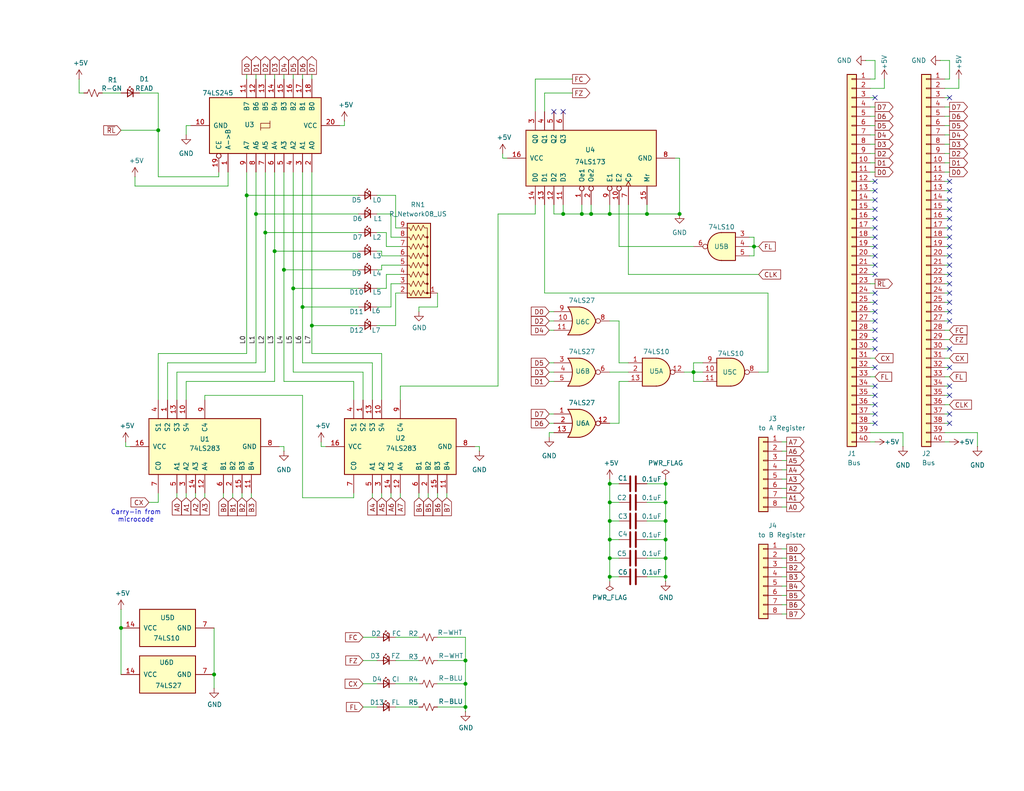
<source format=kicad_sch>
(kicad_sch (version 20231120) (generator "eeschema") (generator_version "8.0")
  (paper "USLetter")
  (title_block (title "SAP-Plus ALU") (date "2024-12-01") (rev "1.1") (company "github.com/TomNisbet/sap-plus"))
  (junction (at 185.42 58.42))
  (junction (at 69.85 58.42))
  (junction (at 181.61 137.16))
  (junction (at 80.01 78.74))
  (junction (at 166.37 142.24))
  (junction (at 166.37 132.08))
  (junction (at 181.61 132.08))
  (junction (at 127 193.04))
  (junction (at 161.29 58.42))
  (junction (at 43.18 35.56))
  (junction (at 189.23 101.6))
  (junction (at 181.61 157.48))
  (junction (at 181.61 147.32))
  (junction (at 166.37 58.42))
  (junction (at 74.93 68.58))
  (junction (at 82.55 83.82))
  (junction (at 158.75 58.42))
  (junction (at 58.42 184.15))
  (junction (at 166.37 137.16))
  (junction (at 205.74 67.31))
  (junction (at 127 180.34))
  (junction (at 77.47 73.66))
  (junction (at 166.37 157.48))
  (junction (at 176.53 58.42))
  (junction (at 85.09 88.9))
  (junction (at 127 186.69))
  (junction (at 166.37 152.4))
  (junction (at 166.37 147.32))
  (junction (at 72.39 63.5))
  (junction (at 153.67 58.42))
  (junction (at 33.02 171.45))
  (junction (at 181.61 142.24))
  (junction (at 181.61 152.4))
  (junction (at 67.31 53.34))
  (no_connect (at 259.08 85.09))
  (no_connect (at 259.08 62.23))
  (no_connect (at 238.76 80.01))
  (no_connect (at 259.08 59.69))
  (no_connect (at 238.76 62.23))
  (no_connect (at 259.08 87.63))
  (no_connect (at 259.08 95.25))
  (no_connect (at 238.76 64.77))
  (no_connect (at 259.08 100.33))
  (no_connect (at 238.76 107.95))
  (no_connect (at 259.08 72.39))
  (no_connect (at 259.08 77.47))
  (no_connect (at 238.76 67.31))
  (no_connect (at 238.76 69.85))
  (no_connect (at 259.08 107.95))
  (no_connect (at 238.76 85.09))
  (no_connect (at 238.76 100.33))
  (no_connect (at 238.76 110.49))
  (no_connect (at 259.08 82.55))
  (no_connect (at 238.76 52.07))
  (no_connect (at 259.08 52.07))
  (no_connect (at 238.76 82.55))
  (no_connect (at 238.76 105.41))
  (no_connect (at 259.08 113.03))
  (no_connect (at 238.76 115.57))
  (no_connect (at 238.76 72.39))
  (no_connect (at 259.08 57.15))
  (no_connect (at 238.76 87.63))
  (no_connect (at 153.67 30.48))
  (no_connect (at 259.08 105.41))
  (no_connect (at 151.13 30.48))
  (no_connect (at 259.08 80.01))
  (no_connect (at 259.08 69.85))
  (no_connect (at 238.76 54.61))
  (no_connect (at 238.76 49.53))
  (no_connect (at 259.08 67.31))
  (no_connect (at 259.08 115.57))
  (no_connect (at 238.76 90.17))
  (no_connect (at 259.08 49.53))
  (no_connect (at 238.76 57.15))
  (no_connect (at 259.08 54.61))
  (no_connect (at 238.76 74.93))
  (no_connect (at 238.76 59.69))
  (no_connect (at 238.76 26.67))
  (no_connect (at 259.08 64.77))
  (no_connect (at 238.76 92.71))
  (no_connect (at 238.76 113.03))
  (no_connect (at 259.08 74.93))
  (no_connect (at 238.76 95.25))
  (no_connect (at 259.08 26.67))
  (wire (pts (xy 238.76 92.71) (xy 237.49 92.71)))
  (wire (pts (xy 106.68 134.62) (xy 106.68 135.89)))
  (wire (pts (xy 205.74 67.31) (xy 207.01 67.31)))
  (wire (pts (xy 85.09 46.99) (xy 85.09 88.9)))
  (wire (pts (xy 55.88 107.95) (xy 82.55 107.95)))
  (wire (pts (xy 238.76 21.59) (xy 237.49 21.59)))
  (wire (pts (xy 166.37 152.4) (xy 166.37 157.48)))
  (wire (pts (xy 166.37 130.81) (xy 166.37 132.08)))
  (wire (pts (xy 168.91 104.14) (xy 168.91 115.57)))
  (wire (pts (xy 214.63 128.27) (xy 213.36 128.27)))
  (wire (pts (xy 96.52 104.14) (xy 77.47 104.14)))
  (wire (pts (xy 238.76 95.25) (xy 237.49 95.25)))
  (wire (pts (xy 214.63 152.4) (xy 213.36 152.4)))
  (wire (pts (xy 114.3 135.89) (xy 114.3 134.62)))
  (wire (pts (xy 171.45 104.14) (xy 168.91 104.14)))
  (wire (pts (xy 74.93 68.58) (xy 97.79 68.58)))
  (wire (pts (xy 67.31 46.99) (xy 67.31 53.34)))
  (wire (pts (xy 40.64 137.16) (xy 43.18 137.16)))
  (wire (pts (xy 259.08 90.17) (xy 257.81 90.17)))
  (wire (pts (xy 85.09 96.52) (xy 104.14 96.52)))
  (wire (pts (xy 43.18 35.56) (xy 43.18 48.26)))
  (wire (pts (xy 166.37 157.48) (xy 166.37 158.75)))
  (wire (pts (xy 214.63 138.43) (xy 213.36 138.43)))
  (wire (pts (xy 148.59 80.01) (xy 209.55 80.01)))
  (wire (pts (xy 101.6 99.06) (xy 101.6 109.22)))
  (wire (pts (xy 127 180.34) (xy 127 186.69)))
  (wire (pts (xy 176.53 58.42) (xy 176.53 55.88)))
  (wire (pts (xy 238.76 80.01) (xy 237.49 80.01)))
  (wire (pts (xy 153.67 58.42) (xy 158.75 58.42)))
  (wire (pts (xy 146.05 21.59) (xy 156.21 21.59)))
  (wire (pts (xy 119.38 186.69) (xy 127 186.69)))
  (wire (pts (xy 158.75 55.88) (xy 158.75 58.42)))
  (wire (pts (xy 241.3 21.59) (xy 241.3 24.13)))
  (wire (pts (xy 161.29 55.88) (xy 161.29 58.42)))
  (wire (pts (xy 204.47 64.77) (xy 205.74 64.77)))
  (wire (pts (xy 241.3 24.13) (xy 237.49 24.13)))
  (wire (pts (xy 238.76 46.99) (xy 237.49 46.99)))
  (wire (pts (xy 171.45 74.93) (xy 207.01 74.93)))
  (wire (pts (xy 214.63 157.48) (xy 213.36 157.48)))
  (wire (pts (xy 109.22 105.41) (xy 109.22 109.22)))
  (wire (pts (xy 168.91 115.57) (xy 166.37 115.57)))
  (wire (pts (xy 72.39 101.6) (xy 48.26 101.6)))
  (wire (pts (xy 74.93 20.32) (xy 74.93 21.59)))
  (wire (pts (xy 135.89 105.41) (xy 109.22 105.41)))
  (wire (pts (xy 176.53 132.08) (xy 181.61 132.08)))
  (wire (pts (xy 102.87 83.82) (xy 106.68 83.82)))
  (wire (pts (xy 102.87 68.58) (xy 104.14 68.58)))
  (wire (pts (xy 166.37 87.63) (xy 168.91 87.63)))
  (wire (pts (xy 34.29 121.92) (xy 35.56 121.92)))
  (wire (pts (xy 259.08 26.67) (xy 257.81 26.67)))
  (wire (pts (xy 259.08 72.39) (xy 257.81 72.39)))
  (wire (pts (xy 149.86 99.06) (xy 151.13 99.06)))
  (wire (pts (xy 107.95 173.99) (xy 114.3 173.99)))
  (wire (pts (xy 74.93 104.14) (xy 50.8 104.14)))
  (wire (pts (xy 137.16 43.18) (xy 138.43 43.18)))
  (wire (pts (xy 238.76 16.51) (xy 238.76 21.59)))
  (wire (pts (xy 146.05 30.48) (xy 146.05 21.59)))
  (wire (pts (xy 168.91 87.63) (xy 168.91 99.06)))
  (wire (pts (xy 82.55 83.82) (xy 97.79 83.82)))
  (wire (pts (xy 77.47 73.66) (xy 77.47 104.14)))
  (wire (pts (xy 45.72 99.06) (xy 45.72 109.22)))
  (wire (pts (xy 96.52 109.22) (xy 96.52 104.14)))
  (wire (pts (xy 50.8 34.29) (xy 50.8 36.83)))
  (wire (pts (xy 148.59 25.4) (xy 156.21 25.4)))
  (wire (pts (xy 121.92 135.89) (xy 121.92 134.62)))
  (wire (pts (xy 77.47 121.92) (xy 77.47 123.19)))
  (wire (pts (xy 259.08 46.99) (xy 257.81 46.99)))
  (wire (pts (xy 62.23 46.99) (xy 62.23 50.8)))
  (wire (pts (xy 259.08 59.69) (xy 257.81 59.69)))
  (wire (pts (xy 238.76 82.55) (xy 237.49 82.55)))
  (wire (pts (xy 149.86 118.11) (xy 149.86 119.38)))
  (wire (pts (xy 238.76 34.29) (xy 237.49 34.29)))
  (wire (pts (xy 102.87 78.74) (xy 105.41 78.74)))
  (wire (pts (xy 214.63 154.94) (xy 213.36 154.94)))
  (wire (pts (xy 181.61 157.48) (xy 181.61 158.75)))
  (wire (pts (xy 109.22 62.23) (xy 107.95 62.23)))
  (wire (pts (xy 166.37 142.24) (xy 168.91 142.24)))
  (wire (pts (xy 55.88 134.62) (xy 55.88 135.89)))
  (wire (pts (xy 77.47 73.66) (xy 97.79 73.66)))
  (wire (pts (xy 151.13 58.42) (xy 153.67 58.42)))
  (wire (pts (xy 237.49 107.95) (xy 238.76 107.95)))
  (wire (pts (xy 130.81 121.92) (xy 130.81 123.19)))
  (wire (pts (xy 166.37 58.42) (xy 176.53 58.42)))
  (wire (pts (xy 238.76 87.63) (xy 237.49 87.63)))
  (wire (pts (xy 102.87 53.34) (xy 107.95 53.34)))
  (wire (pts (xy 67.31 96.52) (xy 43.18 96.52)))
  (wire (pts (xy 149.86 85.09) (xy 151.13 85.09)))
  (wire (pts (xy 237.49 113.03) (xy 238.76 113.03)))
  (wire (pts (xy 181.61 152.4) (xy 181.61 157.48)))
  (wire (pts (xy 166.37 137.16) (xy 166.37 142.24)))
  (wire (pts (xy 259.08 44.45) (xy 257.81 44.45)))
  (wire (pts (xy 107.95 62.23) (xy 107.95 53.34)))
  (wire (pts (xy 80.01 101.6) (xy 99.06 101.6)))
  (wire (pts (xy 149.86 90.17) (xy 151.13 90.17)))
  (wire (pts (xy 146.05 55.88) (xy 146.05 58.42)))
  (wire (pts (xy 259.08 107.95) (xy 257.81 107.95)))
  (wire (pts (xy 181.61 132.08) (xy 181.61 137.16)))
  (wire (pts (xy 80.01 46.99) (xy 80.01 78.74)))
  (wire (pts (xy 238.76 102.87) (xy 237.49 102.87)))
  (wire (pts (xy 205.74 69.85) (xy 205.74 67.31)))
  (wire (pts (xy 58.42 171.45) (xy 58.42 184.15)))
  (wire (pts (xy 106.68 58.42) (xy 106.68 64.77)))
  (wire (pts (xy 166.37 147.32) (xy 166.37 152.4)))
  (wire (pts (xy 74.93 46.99) (xy 74.93 68.58)))
  (wire (pts (xy 259.08 62.23) (xy 257.81 62.23)))
  (wire (pts (xy 104.14 68.58) (xy 104.14 69.85)))
  (wire (pts (xy 259.08 21.59) (xy 257.81 21.59)))
  (wire (pts (xy 259.08 74.93) (xy 257.81 74.93)))
  (wire (pts (xy 96.52 135.89) (xy 96.52 134.62)))
  (wire (pts (xy 93.98 33.02) (xy 93.98 34.29)))
  (wire (pts (xy 27.94 25.4) (xy 33.02 25.4)))
  (wire (pts (xy 259.08 102.87) (xy 257.81 102.87)))
  (wire (pts (xy 166.37 157.48) (xy 168.91 157.48)))
  (wire (pts (xy 209.55 80.01) (xy 209.55 101.6)))
  (wire (pts (xy 69.85 46.99) (xy 69.85 58.42)))
  (wire (pts (xy 146.05 58.42) (xy 135.89 58.42)))
  (wire (pts (xy 238.76 36.83) (xy 237.49 36.83)))
  (wire (pts (xy 119.38 193.04) (xy 127 193.04)))
  (wire (pts (xy 151.13 55.88) (xy 151.13 58.42)))
  (wire (pts (xy 166.37 152.4) (xy 168.91 152.4)))
  (wire (pts (xy 119.38 80.01) (xy 119.38 83.82)))
  (wire (pts (xy 119.38 180.34) (xy 127 180.34)))
  (wire (pts (xy 76.2 121.92) (xy 77.47 121.92)))
  (wire (pts (xy 149.86 104.14) (xy 151.13 104.14)))
  (wire (pts (xy 238.76 85.09) (xy 237.49 85.09)))
  (wire (pts (xy 82.55 99.06) (xy 101.6 99.06)))
  (wire (pts (xy 87.63 120.65) (xy 87.63 121.92)))
  (wire (pts (xy 60.96 135.89) (xy 60.96 134.62)))
  (wire (pts (xy 137.16 41.91) (xy 137.16 43.18)))
  (wire (pts (xy 114.3 83.82) (xy 119.38 83.82)))
  (wire (pts (xy 176.53 147.32) (xy 181.61 147.32)))
  (wire (pts (xy 259.08 49.53) (xy 257.81 49.53)))
  (wire (pts (xy 104.14 73.66) (xy 102.87 73.66)))
  (wire (pts (xy 149.86 101.6) (xy 151.13 101.6)))
  (wire (pts (xy 214.63 162.56) (xy 213.36 162.56)))
  (wire (pts (xy 80.01 20.32) (xy 80.01 21.59)))
  (wire (pts (xy 34.29 120.65) (xy 34.29 121.92)))
  (wire (pts (xy 166.37 55.88) (xy 166.37 58.42)))
  (wire (pts (xy 238.76 41.91) (xy 237.49 41.91)))
  (wire (pts (xy 82.55 20.32) (xy 82.55 21.59)))
  (wire (pts (xy 259.08 105.41) (xy 257.81 105.41)))
  (wire (pts (xy 238.76 54.61) (xy 237.49 54.61)))
  (wire (pts (xy 82.55 135.89) (xy 96.52 135.89)))
  (wire (pts (xy 55.88 109.22) (xy 55.88 107.95)))
  (wire (pts (xy 38.1 25.4) (xy 43.18 25.4)))
  (wire (pts (xy 259.08 36.83) (xy 257.81 36.83)))
  (wire (pts (xy 119.38 135.89) (xy 119.38 134.62)))
  (wire (pts (xy 166.37 101.6) (xy 171.45 101.6)))
  (wire (pts (xy 259.08 67.31) (xy 257.81 67.31)))
  (wire (pts (xy 214.63 130.81) (xy 213.36 130.81)))
  (wire (pts (xy 168.91 55.88) (xy 168.91 67.31)))
  (wire (pts (xy 33.02 171.45) (xy 33.02 184.15)))
  (wire (pts (xy 214.63 123.19) (xy 213.36 123.19)))
  (wire (pts (xy 74.93 68.58) (xy 74.93 104.14)))
  (wire (pts (xy 119.38 173.99) (xy 127 173.99)))
  (wire (pts (xy 181.61 137.16) (xy 181.61 142.24)))
  (wire (pts (xy 168.91 67.31) (xy 189.23 67.31)))
  (wire (pts (xy 238.76 59.69) (xy 237.49 59.69)))
  (wire (pts (xy 99.06 186.69) (xy 102.87 186.69)))
  (wire (pts (xy 72.39 20.32) (xy 72.39 21.59)))
  (wire (pts (xy 36.83 48.26) (xy 36.83 50.8)))
  (wire (pts (xy 257.81 118.11) (xy 266.7 118.11)))
  (wire (pts (xy 176.53 137.16) (xy 181.61 137.16)))
  (wire (pts (xy 109.22 72.39) (xy 104.14 72.39)))
  (wire (pts (xy 69.85 58.42) (xy 69.85 99.06)))
  (wire (pts (xy 238.76 39.37) (xy 237.49 39.37)))
  (wire (pts (xy 214.63 120.65) (xy 213.36 120.65)))
  (wire (pts (xy 259.08 115.57) (xy 257.81 115.57)))
  (wire (pts (xy 105.41 74.93) (xy 109.22 74.93)))
  (wire (pts (xy 48.26 134.62) (xy 48.26 135.89)))
  (wire (pts (xy 189.23 99.06) (xy 189.23 101.6)))
  (wire (pts (xy 80.01 78.74) (xy 97.79 78.74)))
  (wire (pts (xy 72.39 46.99) (xy 72.39 63.5)))
  (wire (pts (xy 43.18 25.4) (xy 43.18 35.56)))
  (wire (pts (xy 87.63 121.92) (xy 88.9 121.92)))
  (wire (pts (xy 237.49 110.49) (xy 238.76 110.49)))
  (wire (pts (xy 166.37 147.32) (xy 168.91 147.32)))
  (wire (pts (xy 259.08 69.85) (xy 257.81 69.85)))
  (wire (pts (xy 238.76 97.79) (xy 237.49 97.79)))
  (wire (pts (xy 238.76 69.85) (xy 237.49 69.85)))
  (wire (pts (xy 259.08 95.25) (xy 257.81 95.25)))
  (wire (pts (xy 102.87 63.5) (xy 105.41 63.5)))
  (wire (pts (xy 238.76 74.93) (xy 237.49 74.93)))
  (wire (pts (xy 104.14 72.39) (xy 104.14 73.66)))
  (wire (pts (xy 106.68 77.47) (xy 106.68 83.82)))
  (wire (pts (xy 257.81 24.13) (xy 261.62 24.13)))
  (wire (pts (xy 109.22 64.77) (xy 106.68 64.77)))
  (wire (pts (xy 185.42 43.18) (xy 185.42 58.42)))
  (wire (pts (xy 69.85 58.42) (xy 97.79 58.42)))
  (wire (pts (xy 259.08 16.51) (xy 259.08 21.59)))
  (wire (pts (xy 105.41 78.74) (xy 105.41 74.93)))
  (wire (pts (xy 238.76 77.47) (xy 237.49 77.47)))
  (wire (pts (xy 43.18 48.26) (xy 59.69 48.26)))
  (wire (pts (xy 204.47 67.31) (xy 205.74 67.31)))
  (wire (pts (xy 161.29 58.42) (xy 166.37 58.42)))
  (wire (pts (xy 107.95 180.34) (xy 114.3 180.34)))
  (wire (pts (xy 33.02 166.37) (xy 33.02 171.45)))
  (wire (pts (xy 104.14 96.52) (xy 104.14 109.22)))
  (wire (pts (xy 85.09 88.9) (xy 85.09 96.52)))
  (wire (pts (xy 68.58 135.89) (xy 68.58 134.62)))
  (wire (pts (xy 237.49 105.41) (xy 238.76 105.41)))
  (wire (pts (xy 259.08 57.15) (xy 257.81 57.15)))
  (wire (pts (xy 259.08 85.09) (xy 257.81 85.09)))
  (wire (pts (xy 48.26 101.6) (xy 48.26 109.22)))
  (wire (pts (xy 62.23 50.8) (xy 36.83 50.8)))
  (wire (pts (xy 238.76 57.15) (xy 237.49 57.15)))
  (wire (pts (xy 261.62 24.13) (xy 261.62 21.59)))
  (wire (pts (xy 127 173.99) (xy 127 180.34)))
  (wire (pts (xy 105.41 67.31) (xy 105.41 63.5)))
  (wire (pts (xy 52.07 34.29) (xy 50.8 34.29)))
  (wire (pts (xy 214.63 125.73) (xy 213.36 125.73)))
  (wire (pts (xy 189.23 101.6) (xy 191.77 101.6)))
  (wire (pts (xy 104.14 69.85) (xy 109.22 69.85)))
  (wire (pts (xy 109.22 77.47) (xy 106.68 77.47)))
  (wire (pts (xy 266.7 118.11) (xy 266.7 121.92)))
  (wire (pts (xy 43.18 96.52) (xy 43.18 109.22)))
  (wire (pts (xy 114.3 85.09) (xy 114.3 83.82)))
  (wire (pts (xy 109.22 80.01) (xy 107.95 80.01)))
  (wire (pts (xy 191.77 99.06) (xy 189.23 99.06)))
  (wire (pts (xy 236.22 16.51) (xy 238.76 16.51)))
  (wire (pts (xy 238.76 100.33) (xy 237.49 100.33)))
  (wire (pts (xy 238.76 49.53) (xy 237.49 49.53)))
  (wire (pts (xy 63.5 135.89) (xy 63.5 134.62)))
  (wire (pts (xy 43.18 35.56) (xy 33.02 35.56)))
  (wire (pts (xy 184.15 43.18) (xy 185.42 43.18)))
  (wire (pts (xy 214.63 149.86) (xy 213.36 149.86)))
  (wire (pts (xy 107.95 186.69) (xy 114.3 186.69)))
  (wire (pts (xy 181.61 142.24) (xy 181.61 147.32)))
  (wire (pts (xy 256.54 16.51) (xy 259.08 16.51)))
  (wire (pts (xy 72.39 63.5) (xy 97.79 63.5)))
  (wire (pts (xy 259.08 52.07) (xy 257.81 52.07)))
  (wire (pts (xy 82.55 83.82) (xy 82.55 99.06)))
  (wire (pts (xy 58.42 184.15) (xy 58.42 187.96)))
  (wire (pts (xy 259.08 82.55) (xy 257.81 82.55)))
  (wire (pts (xy 205.74 64.77) (xy 205.74 67.31)))
  (wire (pts (xy 127 186.69) (xy 127 193.04)))
  (wire (pts (xy 259.08 34.29) (xy 257.81 34.29)))
  (wire (pts (xy 259.08 110.49) (xy 257.81 110.49)))
  (wire (pts (xy 209.55 101.6) (xy 207.01 101.6)))
  (wire (pts (xy 259.08 39.37) (xy 257.81 39.37)))
  (wire (pts (xy 50.8 104.14) (xy 50.8 109.22)))
  (wire (pts (xy 67.31 53.34) (xy 67.31 96.52)))
  (wire (pts (xy 259.08 120.65) (xy 257.81 120.65)))
  (wire (pts (xy 238.76 90.17) (xy 237.49 90.17)))
  (wire (pts (xy 22.86 25.4) (xy 21.59 25.4)))
  (wire (pts (xy 238.76 72.39) (xy 237.49 72.39)))
  (wire (pts (xy 204.47 69.85) (xy 205.74 69.85)))
  (wire (pts (xy 99.06 193.04) (xy 102.87 193.04)))
  (wire (pts (xy 259.08 64.77) (xy 257.81 64.77)))
  (wire (pts (xy 85.09 20.32) (xy 85.09 21.59)))
  (wire (pts (xy 259.08 87.63) (xy 257.81 87.63)))
  (wire (pts (xy 158.75 58.42) (xy 161.29 58.42)))
  (wire (pts (xy 237.49 118.11) (xy 246.38 118.11)))
  (wire (pts (xy 148.59 25.4) (xy 148.59 30.48)))
  (wire (pts (xy 99.06 173.99) (xy 102.87 173.99)))
  (wire (pts (xy 99.06 180.34) (xy 102.87 180.34)))
  (wire (pts (xy 166.37 142.24) (xy 166.37 147.32)))
  (wire (pts (xy 135.89 58.42) (xy 135.89 105.41)))
  (wire (pts (xy 176.53 142.24) (xy 181.61 142.24)))
  (wire (pts (xy 53.34 134.62) (xy 53.34 135.89)))
  (wire (pts (xy 69.85 99.06) (xy 45.72 99.06)))
  (wire (pts (xy 259.08 31.75) (xy 257.81 31.75)))
  (wire (pts (xy 259.08 77.47) (xy 257.81 77.47)))
  (wire (pts (xy 85.09 88.9) (xy 97.79 88.9)))
  (wire (pts (xy 66.04 135.89) (xy 66.04 134.62)))
  (wire (pts (xy 93.98 34.29) (xy 92.71 34.29)))
  (wire (pts (xy 116.84 135.89) (xy 116.84 134.62)))
  (wire (pts (xy 102.87 58.42) (xy 106.68 58.42)))
  (wire (pts (xy 149.86 118.11) (xy 151.13 118.11)))
  (wire (pts (xy 214.63 160.02) (xy 213.36 160.02)))
  (wire (pts (xy 59.69 48.26) (xy 59.69 46.99)))
  (wire (pts (xy 246.38 118.11) (xy 246.38 121.92)))
  (wire (pts (xy 82.55 107.95) (xy 82.55 135.89)))
  (wire (pts (xy 238.76 62.23) (xy 237.49 62.23)))
  (wire (pts (xy 69.85 20.32) (xy 69.85 21.59)))
  (wire (pts (xy 171.45 55.88) (xy 171.45 74.93)))
  (wire (pts (xy 238.76 26.67) (xy 237.49 26.67)))
  (wire (pts (xy 259.08 113.03) (xy 257.81 113.03)))
  (wire (pts (xy 168.91 132.08) (xy 166.37 132.08)))
  (wire (pts (xy 168.91 99.06) (xy 171.45 99.06)))
  (wire (pts (xy 189.23 101.6) (xy 186.69 101.6)))
  (wire (pts (xy 238.76 29.21) (xy 237.49 29.21)))
  (wire (pts (xy 107.95 80.01) (xy 107.95 88.9)))
  (wire (pts (xy 181.61 147.32) (xy 181.61 152.4)))
  (wire (pts (xy 166.37 137.16) (xy 168.91 137.16)))
  (wire (pts (xy 259.08 92.71) (xy 257.81 92.71)))
  (wire (pts (xy 72.39 63.5) (xy 72.39 101.6)))
  (wire (pts (xy 176.53 58.42) (xy 185.42 58.42)))
  (wire (pts (xy 237.49 115.57) (xy 238.76 115.57)))
  (wire (pts (xy 109.22 134.62) (xy 109.22 135.89)))
  (wire (pts (xy 153.67 55.88) (xy 153.67 58.42)))
  (wire (pts (xy 101.6 134.62) (xy 101.6 135.89)))
  (wire (pts (xy 181.61 130.81) (xy 181.61 132.08)))
  (wire (pts (xy 104.14 134.62) (xy 104.14 135.89)))
  (wire (pts (xy 129.54 121.92) (xy 130.81 121.92)))
  (wire (pts (xy 214.63 165.1) (xy 213.36 165.1)))
  (wire (pts (xy 238.76 120.65) (xy 237.49 120.65)))
  (wire (pts (xy 259.08 100.33) (xy 257.81 100.33)))
  (wire (pts (xy 259.08 97.79) (xy 257.81 97.79)))
  (wire (pts (xy 166.37 132.08) (xy 166.37 137.16)))
  (wire (pts (xy 259.08 54.61) (xy 257.81 54.61)))
  (wire (pts (xy 238.76 67.31) (xy 237.49 67.31)))
  (wire (pts (xy 238.76 44.45) (xy 237.49 44.45)))
  (wire (pts (xy 107.95 193.04) (xy 114.3 193.04)))
  (wire (pts (xy 67.31 53.34) (xy 97.79 53.34)))
  (wire (pts (xy 214.63 135.89) (xy 213.36 135.89)))
  (wire (pts (xy 148.59 55.88) (xy 148.59 80.01)))
  (wire (pts (xy 77.47 20.32) (xy 77.47 21.59)))
  (wire (pts (xy 109.22 67.31) (xy 105.41 67.31)))
  (wire (pts (xy 21.59 21.59) (xy 21.59 25.4)))
  (wire (pts (xy 259.08 41.91) (xy 257.81 41.91)))
  (wire (pts (xy 50.8 134.62) (xy 50.8 135.89)))
  (wire (pts (xy 127 193.04) (xy 127 194.31)))
  (wire (pts (xy 238.76 31.75) (xy 237.49 31.75)))
  (wire (pts (xy 238.76 52.07) (xy 237.49 52.07)))
  (wire (pts (xy 80.01 78.74) (xy 80.01 101.6)))
  (wire (pts (xy 43.18 137.16) (xy 43.18 134.62)))
  (wire (pts (xy 149.86 87.63) (xy 151.13 87.63)))
  (wire (pts (xy 67.31 20.32) (xy 67.31 21.59)))
  (wire (pts (xy 259.08 29.21) (xy 257.81 29.21)))
  (wire (pts (xy 238.76 64.77) (xy 237.49 64.77)))
  (wire (pts (xy 102.87 88.9) (xy 107.95 88.9)))
  (wire (pts (xy 259.08 80.01) (xy 257.81 80.01)))
  (wire (pts (xy 214.63 133.35) (xy 213.36 133.35)))
  (wire (pts (xy 77.47 73.66) (xy 77.47 46.99)))
  (wire (pts (xy 99.06 101.6) (xy 99.06 109.22)))
  (wire (pts (xy 149.86 115.57) (xy 151.13 115.57)))
  (wire (pts (xy 82.55 46.99) (xy 82.55 83.82)))
  (wire (pts (xy 191.77 104.14) (xy 189.23 104.14)))
  (wire (pts (xy 214.63 167.64) (xy 213.36 167.64)))
  (wire (pts (xy 176.53 157.48) (xy 181.61 157.48)))
  (wire (pts (xy 149.86 113.03) (xy 151.13 113.03)))
  (wire (pts (xy 189.23 104.14) (xy 189.23 101.6)))
  (wire (pts (xy 176.53 152.4) (xy 181.61 152.4)))
  (text "Carry-in from\nmicrocode" (at 37.084 140.97 0) (effects (font (size 1.27 1.27))))
  (label "L1" (at 69.85 93.98 90))
  (label "L6" (at 82.55 93.98 90))
  (label "L2" (at 72.39 93.98 90))
  (label "L3" (at 74.93 93.98 90))
  (label "L0" (at 67.31 93.98 90))
  (label "L5" (at 80.01 93.98 90))
  (label "L7" (at 85.09 93.98 90))
  (label "L4" (at 77.47 93.98 90))
  (global_label "FZ" (shape output) (at 156.21 25.4 0) (property "Intersheetrefs" "${INTERSHEET_REFS}" (effects (hide yes))))
  (global_label "A7" (shape output) (at 214.63 120.65 0) (property "Intersheetrefs" "${INTERSHEET_REFS}" (effects (hide yes))))
  (global_label "B5" (shape output) (at 214.63 162.56 0) (property "Intersheetrefs" "${INTERSHEET_REFS}" (effects (hide yes))))
  (global_label "CX" (shape input) (at 238.76 97.79 0) (property "Intersheetrefs" "${INTERSHEET_REFS}" (effects (hide yes))))
  (global_label "A6" (shape output) (at 214.63 123.19 0) (property "Intersheetrefs" "${INTERSHEET_REFS}" (effects (hide yes))))
  (global_label "D7" (shape output) (at 85.09 20.32 90) (property "Intersheetrefs" "${INTERSHEET_REFS}" (effects (hide yes))))
  (global_label "~{RL}" (shape input) (at 33.02 35.56 180) (property "Intersheetrefs" "${INTERSHEET_REFS}" (effects (hide yes))))
  (global_label "A2" (shape output) (at 214.63 133.35 0) (property "Intersheetrefs" "${INTERSHEET_REFS}" (effects (hide yes))))
  (global_label "D2" (shape input) (at 149.86 87.63 180) (property "Intersheetrefs" "${INTERSHEET_REFS}" (effects (hide yes))))
  (global_label "FL" (shape input) (at 238.76 102.87 0) (property "Intersheetrefs" "${INTERSHEET_REFS}" (effects (hide yes))))
  (global_label "D3" (shape input) (at 149.86 101.6 180) (property "Intersheetrefs" "${INTERSHEET_REFS}" (effects (hide yes))))
  (global_label "D3" (shape output) (at 238.76 39.37 0) (property "Intersheetrefs" "${INTERSHEET_REFS}" (effects (hide yes))))
  (global_label "D6" (shape output) (at 238.76 31.75 0) (property "Intersheetrefs" "${INTERSHEET_REFS}" (effects (hide yes))))
  (global_label "B1" (shape input) (at 63.5 135.89 270) (property "Intersheetrefs" "${INTERSHEET_REFS}" (effects (hide yes))))
  (global_label "D1" (shape output) (at 259.08 44.45 0) (property "Intersheetrefs" "${INTERSHEET_REFS}" (effects (hide yes))))
  (global_label "CLK" (shape input) (at 259.08 110.49 0) (property "Intersheetrefs" "${INTERSHEET_REFS}" (effects (hide yes))))
  (global_label "CX" (shape input) (at 259.08 97.79 0) (property "Intersheetrefs" "${INTERSHEET_REFS}" (effects (hide yes))))
  (global_label "A7" (shape input) (at 109.22 135.89 270) (property "Intersheetrefs" "${INTERSHEET_REFS}" (effects (hide yes))))
  (global_label "D2" (shape output) (at 259.08 41.91 0) (property "Intersheetrefs" "${INTERSHEET_REFS}" (effects (hide yes))))
  (global_label "A1" (shape output) (at 214.63 135.89 0) (property "Intersheetrefs" "${INTERSHEET_REFS}" (effects (hide yes))))
  (global_label "D7" (shape input) (at 149.86 113.03 180) (property "Intersheetrefs" "${INTERSHEET_REFS}" (effects (hide yes))))
  (global_label "A0" (shape output) (at 214.63 138.43 0) (property "Intersheetrefs" "${INTERSHEET_REFS}" (effects (hide yes))))
  (global_label "D6" (shape output) (at 82.55 20.32 90) (property "Intersheetrefs" "${INTERSHEET_REFS}" (effects (hide yes))))
  (global_label "A0" (shape input) (at 48.26 135.89 270) (property "Intersheetrefs" "${INTERSHEET_REFS}" (effects (hide yes))))
  (global_label "A5" (shape input) (at 104.14 135.89 270) (property "Intersheetrefs" "${INTERSHEET_REFS}" (effects (hide yes))))
  (global_label "D7" (shape output) (at 238.76 29.21 0) (property "Intersheetrefs" "${INTERSHEET_REFS}" (effects (hide yes))))
  (global_label "D1" (shape input) (at 149.86 104.14 180) (property "Intersheetrefs" "${INTERSHEET_REFS}" (effects (hide yes))))
  (global_label "B4" (shape input) (at 114.3 135.89 270) (property "Intersheetrefs" "${INTERSHEET_REFS}" (effects (hide yes))))
  (global_label "B0" (shape output) (at 214.63 149.86 0) (property "Intersheetrefs" "${INTERSHEET_REFS}" (effects (hide yes))))
  (global_label "B7" (shape output) (at 214.63 167.64 0) (property "Intersheetrefs" "${INTERSHEET_REFS}" (effects (hide yes))))
  (global_label "B3" (shape input) (at 68.58 135.89 270) (property "Intersheetrefs" "${INTERSHEET_REFS}" (effects (hide yes))))
  (global_label "B5" (shape input) (at 116.84 135.89 270) (property "Intersheetrefs" "${INTERSHEET_REFS}" (effects (hide yes))))
  (global_label "A4" (shape output) (at 214.63 128.27 0) (property "Intersheetrefs" "${INTERSHEET_REFS}" (effects (hide yes))))
  (global_label "FL" (shape input) (at 99.06 193.04 180) (property "Intersheetrefs" "${INTERSHEET_REFS}" (effects (hide yes))))
  (global_label "D6" (shape output) (at 259.08 31.75 0) (property "Intersheetrefs" "${INTERSHEET_REFS}" (effects (hide yes))))
  (global_label "FL" (shape input) (at 259.08 102.87 0) (property "Intersheetrefs" "${INTERSHEET_REFS}" (effects (hide yes))))
  (global_label "A3" (shape input) (at 55.88 135.89 270) (property "Intersheetrefs" "${INTERSHEET_REFS}" (effects (hide yes))))
  (global_label "D5" (shape output) (at 80.01 20.32 90) (property "Intersheetrefs" "${INTERSHEET_REFS}" (effects (hide yes))))
  (global_label "CLK" (shape input) (at 207.01 74.93 0) (property "Intersheetrefs" "${INTERSHEET_REFS}" (effects (hide yes))))
  (global_label "D0" (shape output) (at 238.76 46.99 0) (property "Intersheetrefs" "${INTERSHEET_REFS}" (effects (hide yes))))
  (global_label "A2" (shape input) (at 53.34 135.89 270) (property "Intersheetrefs" "${INTERSHEET_REFS}" (effects (hide yes))))
  (global_label "B3" (shape output) (at 214.63 157.48 0) (property "Intersheetrefs" "${INTERSHEET_REFS}" (effects (hide yes))))
  (global_label "D1" (shape output) (at 69.85 20.32 90) (property "Intersheetrefs" "${INTERSHEET_REFS}" (effects (hide yes))))
  (global_label "FC" (shape input) (at 259.08 90.17 0) (property "Intersheetrefs" "${INTERSHEET_REFS}" (effects (hide yes))))
  (global_label "D4" (shape output) (at 259.08 36.83 0) (property "Intersheetrefs" "${INTERSHEET_REFS}" (effects (hide yes))))
  (global_label "A5" (shape output) (at 214.63 125.73 0) (property "Intersheetrefs" "${INTERSHEET_REFS}" (effects (hide yes))))
  (global_label "CX" (shape input) (at 40.64 137.16 180) (property "Intersheetrefs" "${INTERSHEET_REFS}" (effects (hide yes))))
  (global_label "FZ" (shape input) (at 99.06 180.34 180) (property "Intersheetrefs" "${INTERSHEET_REFS}" (effects (hide yes))))
  (global_label "FC" (shape output) (at 156.21 21.59 0) (property "Intersheetrefs" "${INTERSHEET_REFS}" (effects (hide yes))))
  (global_label "A4" (shape input) (at 101.6 135.89 270) (property "Intersheetrefs" "${INTERSHEET_REFS}" (effects (hide yes))))
  (global_label "D3" (shape output) (at 74.93 20.32 90) (property "Intersheetrefs" "${INTERSHEET_REFS}" (effects (hide yes))))
  (global_label "~{RL}" (shape output) (at 238.76 77.47 0) (property "Intersheetrefs" "${INTERSHEET_REFS}" (effects (hide yes))))
  (global_label "D3" (shape output) (at 259.08 39.37 0) (property "Intersheetrefs" "${INTERSHEET_REFS}" (effects (hide yes))))
  (global_label "D6" (shape input) (at 149.86 115.57 180) (property "Intersheetrefs" "${INTERSHEET_REFS}" (effects (hide yes))))
  (global_label "D5" (shape output) (at 259.08 34.29 0) (property "Intersheetrefs" "${INTERSHEET_REFS}" (effects (hide yes))))
  (global_label "D0" (shape input) (at 149.86 85.09 180) (property "Intersheetrefs" "${INTERSHEET_REFS}" (effects (hide yes))))
  (global_label "FZ" (shape input) (at 259.08 92.71 0) (property "Intersheetrefs" "${INTERSHEET_REFS}" (effects (hide yes))))
  (global_label "D0" (shape output) (at 67.31 20.32 90) (property "Intersheetrefs" "${INTERSHEET_REFS}" (effects (hide yes))))
  (global_label "CX" (shape input) (at 99.06 186.69 180) (property "Intersheetrefs" "${INTERSHEET_REFS}" (effects (hide yes))))
  (global_label "A6" (shape input) (at 106.68 135.89 270) (property "Intersheetrefs" "${INTERSHEET_REFS}" (effects (hide yes))))
  (global_label "B2" (shape output) (at 214.63 154.94 0) (property "Intersheetrefs" "${INTERSHEET_REFS}" (effects (hide yes))))
  (global_label "A1" (shape input) (at 50.8 135.89 270) (property "Intersheetrefs" "${INTERSHEET_REFS}" (effects (hide yes))))
  (global_label "FC" (shape input) (at 99.06 173.99 180) (property "Intersheetrefs" "${INTERSHEET_REFS}" (effects (hide yes))))
  (global_label "B4" (shape output) (at 214.63 160.02 0) (property "Intersheetrefs" "${INTERSHEET_REFS}" (effects (hide yes))))
  (global_label "D4" (shape output) (at 238.76 36.83 0) (property "Intersheetrefs" "${INTERSHEET_REFS}" (effects (hide yes))))
  (global_label "B6" (shape input) (at 119.38 135.89 270) (property "Intersheetrefs" "${INTERSHEET_REFS}" (effects (hide yes))))
  (global_label "D4" (shape input) (at 149.86 90.17 180) (property "Intersheetrefs" "${INTERSHEET_REFS}" (effects (hide yes))))
  (global_label "D0" (shape output) (at 259.08 46.99 0) (property "Intersheetrefs" "${INTERSHEET_REFS}" (effects (hide yes))))
  (global_label "D2" (shape output) (at 238.76 41.91 0) (property "Intersheetrefs" "${INTERSHEET_REFS}" (effects (hide yes))))
  (global_label "A3" (shape output) (at 214.63 130.81 0) (property "Intersheetrefs" "${INTERSHEET_REFS}" (effects (hide yes))))
  (global_label "D5" (shape input) (at 149.86 99.06 180) (property "Intersheetrefs" "${INTERSHEET_REFS}" (effects (hide yes))))
  (global_label "B0" (shape input) (at 60.96 135.89 270) (property "Intersheetrefs" "${INTERSHEET_REFS}" (effects (hide yes))))
  (global_label "D2" (shape output) (at 72.39 20.32 90) (property "Intersheetrefs" "${INTERSHEET_REFS}" (effects (hide yes))))
  (global_label "D1" (shape output) (at 238.76 44.45 0) (property "Intersheetrefs" "${INTERSHEET_REFS}" (effects (hide yes))))
  (global_label "FL" (shape input) (at 207.01 67.31 0) (property "Intersheetrefs" "${INTERSHEET_REFS}" (effects (hide yes))))
  (global_label "B6" (shape output) (at 214.63 165.1 0) (property "Intersheetrefs" "${INTERSHEET_REFS}" (effects (hide yes))))
  (global_label "D5" (shape output) (at 238.76 34.29 0) (property "Intersheetrefs" "${INTERSHEET_REFS}" (effects (hide yes))))
  (global_label "B1" (shape output) (at 214.63 152.4 0) (property "Intersheetrefs" "${INTERSHEET_REFS}" (effects (hide yes))))
  (global_label "D7" (shape output) (at 259.08 29.21 0) (property "Intersheetrefs" "${INTERSHEET_REFS}" (effects (hide yes))))
  (global_label "B7" (shape input) (at 121.92 135.89 270) (property "Intersheetrefs" "${INTERSHEET_REFS}" (effects (hide yes))))
  (global_label "D4" (shape output) (at 77.47 20.32 90) (property "Intersheetrefs" "${INTERSHEET_REFS}" (effects (hide yes))))
  (global_label "B2" (shape input) (at 66.04 135.89 270) (property "Intersheetrefs" "${INTERSHEET_REFS}" (effects (hide yes))))
  (symbol (lib_id "Device:C") (at 172.72 132.08 270) (unit 1)
    (property "Reference" "C1" (at 169.926 130.556 90))
    (property "Value" "0.1uF" (at 177.8 130.81 90))
    (property "Footprint" "Capacitor_THT:C_Disc_D3.0mm_W1.6mm_P2.50mm" (effects (hide yes)))
  )
  (symbol (lib_id "power:GND") (at 181.61 158.75 0) (unit 1)
    (property "Reference" "#PWR06" (effects (hide yes)))
    (property "Value" "GND" (at 181.737 163.1442 0))
  )
  (symbol (lib_id "power:+5V") (at 166.37 130.81 0) (unit 1)
    (property "Reference" "#PWR05" (effects (hide yes)))
    (property "Value" "+5V" (at 166.751 126.4158 0))
  )
  (symbol (lib_id "power:PWR_FLAG") (at 181.61 130.81 0) (unit 1)
    (property "Reference" "#FLG02" (effects (hide yes)))
    (property "Value" "PWR_FLAG" (at 181.61 126.4158 0))
  )
  (symbol (lib_id "power:PWR_FLAG") (at 166.37 158.75 180) (unit 1)
    (property "Reference" "#FLG01" (effects (hide yes)))
    (property "Value" "PWR_FLAG" (at 166.37 163.1442 0))
  )
  (symbol (lib_id "Device:C") (at 172.72 137.16 270) (unit 1)
    (property "Reference" "C2" (at 169.672 135.89 90))
    (property "Value" "0.1uF" (at 177.8 135.89 90))
    (property "Footprint" "Capacitor_THT:C_Disc_D3.0mm_W1.6mm_P2.50mm" (effects (hide yes)))
  )
  (symbol (lib_id "Device:C") (at 172.72 142.24 270) (unit 1)
    (property "Reference" "C3" (at 169.926 140.97 90))
    (property "Value" "0.1uF" (at 177.8 140.97 90))
    (property "Footprint" "Capacitor_THT:C_Disc_D3.0mm_W1.6mm_P2.50mm" (effects (hide yes)))
  )
  (symbol (lib_id "Device:LED_Small") (at 100.33 83.82 0) (mirror y) (unit 1)
    (property "Reference" "D11" (at 97.282 85.09 0))
    (property "Value" "L6" (at 102.616 84.836 0))
    (property "Footprint" "LED_THT:LED_D3.0mm" (effects (hide yes)))
  )
  (symbol (lib_id "power:GND") (at 77.47 123.19 0) (unit 1)
    (property "Reference" "#PWR019" (effects (hide yes)))
    (property "Value" "GND" (at 77.47 128.27 0))
    (property "Description" "Power symbol creates a global label with name \"GND\" , ground" (effects (hide yes)))
  )
  (symbol (lib_id "Device:LED_Small") (at 105.41 180.34 0) (mirror y) (unit 1)
    (property "Reference" "D3" (at 102.362 179.07 0))
    (property "Value" "FZ" (at 107.95 179.07 0))
    (property "Footprint" "LED_THT:LED_D3.0mm" (effects (hide yes)))
  )
  (symbol (lib_id "Device:LED_Small") (at 100.33 88.9 0) (mirror y) (unit 1)
    (property "Reference" "D12" (at 97.282 90.17 0))
    (property "Value" "L7" (at 102.616 90.17 0))
    (property "Footprint" "LED_THT:LED_D3.0mm" (effects (hide yes)))
  )
  (symbol (lib_id "power:GND") (at 149.86 119.38 0) (unit 1)
    (property "Reference" "#PWR011" (effects (hide yes)))
    (property "Value" "GND" (at 149.86 124.46 0))
    (property "Description" "Power symbol creates a global label with name \"GND\" , ground" (effects (hide yes)))
  )
  (symbol (lib_id "Device:LED_Small") (at 100.33 63.5 0) (mirror y) (unit 1)
    (property "Reference" "D7" (at 97.536 64.77 0))
    (property "Value" "L2" (at 102.87 64.77 0))
    (property "Footprint" "LED_THT:LED_D3.0mm" (effects (hide yes)))
  )
  (symbol (lib_id "power:GND") (at 256.54 16.51 270) (unit 1)
    (property "Reference" "#PWR09" (effects (hide yes)))
    (property "Value" "GND" (at 252.73 16.5099 90) (effects (justify right)))
    (property "Description" "Power symbol creates a global label with name \"GND\" , ground" (effects (hide yes)))
  )
  (symbol (lib_id "Connector_Generic:Conn_01x08") (at 208.28 128.27 0) (mirror y) (unit 1)
    (property "Reference" "J3" (at 210.82 114.3 0))
    (property "Value" "to A Register" (at 213.36 116.84 0))
    (property "Footprint" "Connector_PinHeader_2.54mm:PinHeader_1x08_P2.54mm_Vertical" (effects (hide yes)))
    (property "Description" "Generic connector, single row, 01x08, script generated (kicad-library-utils/schlib/autogen/connector/)" (effects (hide yes)))
  )
  (symbol (lib_id "Device:LED_Small") (at 100.33 78.74 0) (mirror y) (unit 1)
    (property "Reference" "D10" (at 97.282 79.756 0))
    (property "Value" "L5" (at 102.87 79.756 0))
    (property "Footprint" "LED_THT:LED_D3.0mm" (effects (hide yes)))
  )
  (symbol (lib_id "Device:R_Small_US") (at 25.4 25.4 270) (unit 1)
    (property "Reference" "R1" (at 30.734 21.844 90))
    (property "Value" "R-GN" (at 30.48 24.13 90))
    (property "Footprint" "Resistor_THT:R_Axial_DIN0207_L6.3mm_D2.5mm_P10.16mm_Horizontal" (effects (hide yes)))
  )
  (symbol (lib_id "74xx:74LS27") (at 158.75 115.57 0) (unit 1)
    (property "Reference" "U6" (at 159.004 115.57 0))
    (property "Value" "74LS27" (at 158.75 109.982 0))
    (property "Footprint" "Package_DIP:DIP-14_W7.62mm" (effects (hide yes)))
    (property "Datasheet" "http://www.ti.com/lit/gpn/sn74LS27" (effects (hide yes)))
    (property "Description" "Triple 3-input NOR" (effects (hide yes)))
  )
  (symbol (lib_id "Device:C") (at 172.72 147.32 270) (unit 1)
    (property "Reference" "C4" (at 169.926 145.796 90))
    (property "Value" "0.1uF" (at 177.8 146.05 90))
    (property "Footprint" "Capacitor_THT:C_Disc_D3.0mm_W1.6mm_P2.50mm" (effects (hide yes)))
  )
  (symbol (lib_id "Device:R_Small_US") (at 116.84 173.99 270) (unit 1)
    (property "Reference" "R2" (at 112.776 172.974 90))
    (property "Value" "R-WHT" (at 119.38 172.72 90) (effects (justify left)))
    (property "Footprint" "Resistor_THT:R_Axial_DIN0207_L6.3mm_D2.5mm_P10.16mm_Horizontal" (effects (hide yes)))
  )
  (symbol (lib_id "power:+5V") (at 241.3 21.59 0) (unit 1)
    (property "Reference" "#PWR025" (effects (hide yes)))
    (property "Value" "+5V" (at 241.3 19.05 90) (effects (justify left)))
    (property "Description" "Power symbol creates a global label with name \"+5V\"" (effects (hide yes)))
  )
  (symbol (lib_id "74xx:74LS27") (at 45.72 184.15 90) (unit 4)
    (property "Reference" "U6" (at 45.466 180.848 90))
    (property "Value" "74LS27" (at 45.974 187.198 90))
    (property "Footprint" "Package_DIP:DIP-14_W7.62mm" (effects (hide yes)))
    (property "Datasheet" "http://www.ti.com/lit/gpn/sn74LS27" (effects (hide yes)))
    (property "Description" "Triple 3-input NOR" (effects (hide yes)))
  )
  (symbol (lib_id "power:GND") (at 58.42 187.96 0) (unit 1)
    (property "Reference" "#PWR04" (effects (hide yes)))
    (property "Value" "GND" (at 58.547 192.3542 0))
  )
  (symbol (lib_id "power:GND") (at 130.81 123.19 0) (unit 1)
    (property "Reference" "#PWR018" (effects (hide yes)))
    (property "Value" "GND" (at 130.81 128.27 0))
    (property "Description" "Power symbol creates a global label with name \"GND\" , ground" (effects (hide yes)))
  )
  (symbol (lib_id "power:GND") (at 50.8 36.83 0) (unit 1)
    (property "Reference" "#PWR020" (effects (hide yes)))
    (property "Value" "GND" (at 50.8 41.91 0))
    (property "Description" "Power symbol creates a global label with name \"GND\" , ground" (effects (hide yes)))
  )
  (symbol (lib_id "Device:R_Network08_US") (at 114.3 69.85 270) (mirror x) (unit 1)
    (property "Reference" "RN1" (at 114.046 55.88 90))
    (property "Value" "R_Network08_US" (at 114.046 58.42 90))
    (property "Footprint" "Resistor_THT:R_Array_SIP9" (effects (hide yes)))
    (property "Datasheet" "http://www.vishay.com/docs/31509/csc.pdf" (effects (hide yes)))
    (property "Description" "8 resistor network, star topology, bussed resistors, small US symbol" (effects (hide yes)))
  )
  (symbol (lib_id "power:GND") (at 114.3 85.09 0) (unit 1)
    (property "Reference" "#PWR02" (effects (hide yes)))
    (property "Value" "GND" (at 114.427 89.4842 0))
  )
  (symbol (lib_id "power:GND") (at 127 194.31 0) (unit 1)
    (property "Reference" "#PWR022" (effects (hide yes)))
    (property "Value" "GND" (at 127.127 198.7042 0))
  )
  (symbol (lib_id "74xx:74LS10") (at 196.85 67.31 0) (mirror y) (unit 2)
    (property "Reference" "U5" (at 196.85 67.31 0))
    (property "Value" "74LS10" (at 196.85 61.976 0))
    (property "Footprint" "Package_DIP:DIP-14_W7.62mm" (effects (hide yes)))
    (property "Datasheet" "http://www.ti.com/lit/gpn/sn74LS10" (effects (hide yes)))
    (property "Description" "Triple 3-input NAND" (effects (hide yes)))
  )
  (symbol (lib_id "power:+5V") (at 36.83 48.26 0) (unit 1)
    (property "Reference" "#PWR013" (effects (hide yes)))
    (property "Value" "+5V" (at 37.211 43.8658 0))
  )
  (symbol (lib_id "Device:LED_Small") (at 100.33 68.58 0) (mirror y) (unit 1)
    (property "Reference" "D8" (at 97.282 69.85 0))
    (property "Value" "L3" (at 102.87 69.85 0))
    (property "Footprint" "LED_THT:LED_D3.0mm" (effects (hide yes)))
  )
  (symbol (lib_id "power:GND") (at 266.7 121.92 0) (unit 1)
    (property "Reference" "#PWR023" (effects (hide yes)))
    (property "Value" "GND" (at 266.7 127 0))
    (property "Description" "Power symbol creates a global label with name \"GND\" , ground" (effects (hide yes)))
  )
  (symbol (lib_id "power:+5V") (at 259.08 120.65 270) (unit 1)
    (property "Reference" "#PWR010" (effects (hide yes)))
    (property "Value" "+5V" (at 261.62 120.65 90) (effects (justify left)))
    (property "Description" "Power symbol creates a global label with name \"+5V\"" (effects (hide yes)))
  )
  (symbol (lib_id "power:+5V") (at 34.29 120.65 0) (unit 1)
    (property "Reference" "#PWR015" (effects (hide yes)))
    (property "Value" "+5V" (at 34.671 116.2558 0))
  )
  (symbol (lib_id "Device:LED_Small") (at 100.33 73.66 0) (mirror y) (unit 1)
    (property "Reference" "D9" (at 97.282 74.676 0))
    (property "Value" "L4" (at 102.87 74.676 0))
    (property "Footprint" "LED_THT:LED_D3.0mm" (effects (hide yes)))
  )
  (symbol (lib_id "power:+5V") (at 87.63 120.65 0) (unit 1)
    (property "Reference" "#PWR014" (effects (hide yes)))
    (property "Value" "+5V" (at 88.011 116.2558 0))
  )
  (symbol (lib_id "74xx:74LS27") (at 158.75 101.6 0) (unit 2)
    (property "Reference" "U6" (at 159.004 101.346 0))
    (property "Value" "74LS27" (at 158.75 96.012 0))
    (property "Footprint" "Package_DIP:DIP-14_W7.62mm" (effects (hide yes)))
    (property "Datasheet" "http://www.ti.com/lit/gpn/sn74LS27" (effects (hide yes)))
    (property "Description" "Triple 3-input NOR" (effects (hide yes)))
  )
  (symbol (lib_id "Connector_Generic:Conn_01x40") (at 252.73 69.85 0) (mirror y) (unit 1)
    (property "Reference" "J2" (at 252.73 123.825 0))
    (property "Value" "Bus" (at 253.365 126.365 0))
    (property "Footprint" "Connector_PinHeader_2.54mm:PinHeader_1x40_P2.54mm_Vertical" (effects (hide yes)))
  )
  (symbol (lib_id "Device:LED_Small") (at 105.41 193.04 0) (mirror y) (unit 1)
    (property "Reference" "D13" (at 102.87 191.77 0))
    (property "Value" "FL" (at 107.95 191.77 0))
    (property "Footprint" "LED_THT:LED_D3.0mm" (effects (hide yes)))
  )
  (symbol (lib_id "power:+5V") (at 261.62 21.59 0) (unit 1)
    (property "Reference" "#PWR026" (effects (hide yes)))
    (property "Value" "+5V" (at 261.62 19.05 90) (effects (justify left)))
    (property "Description" "Power symbol creates a global label with name \"+5V\"" (effects (hide yes)))
  )
  (symbol (lib_id "Device:LED_Small") (at 100.33 58.42 0) (mirror y) (unit 1)
    (property "Reference" "D6" (at 97.536 59.69 0))
    (property "Value" "L1" (at 103.124 59.69 0))
    (property "Footprint" "LED_THT:LED_D3.0mm" (effects (hide yes)))
  )
  (symbol (lib_id "74xx:74LS283") (at 109.22 121.92 90) (unit 1)
    (property "Reference" "U2" (at 109.22 119.634 90))
    (property "Value" "74LS283" (at 109.474 122.428 90))
    (property "Footprint" "Package_DIP:DIP-16_W7.62mm" (effects (hide yes)))
    (property "Datasheet" "http://www.ti.com/lit/gpn/sn74LS283" (effects (hide yes)))
    (property "Description" "4-bit full Adder" (effects (hide yes)))
  )
  (symbol (lib_id "Device:C") (at 172.72 152.4 270) (unit 1)
    (property "Reference" "C5" (at 169.672 151.13 90))
    (property "Value" "0.1uF" (at 177.8 151.13 90))
    (property "Footprint" "Capacitor_THT:C_Disc_D3.0mm_W1.6mm_P2.50mm" (effects (hide yes)))
  )
  (symbol (lib_id "74xx:74LS27") (at 158.75 87.63 0) (unit 3)
    (property "Reference" "U6" (at 159.004 87.884 0))
    (property "Value" "74LS27" (at 158.75 82.042 0))
    (property "Footprint" "Package_DIP:DIP-14_W7.62mm" (effects (hide yes)))
    (property "Datasheet" "http://www.ti.com/lit/gpn/sn74LS27" (effects (hide yes)))
    (property "Description" "Triple 3-input NOR" (effects (hide yes)))
  )
  (symbol (lib_id "74xx:74LS10") (at 199.39 101.6 0) (unit 3)
    (property "Reference" "U5" (at 199.136 101.6 0))
    (property "Value" "74LS10" (at 199.39 96.52 0))
    (property "Footprint" "Package_DIP:DIP-14_W7.62mm" (effects (hide yes)))
    (property "Datasheet" "http://www.ti.com/lit/gpn/sn74LS10" (effects (hide yes)))
    (property "Description" "Triple 3-input NAND" (effects (hide yes)))
  )
  (symbol (lib_id "74xx:74LS283") (at 55.88 121.92 90) (unit 1)
    (property "Reference" "U1" (at 55.88 119.888 90))
    (property "Value" "74LS283" (at 55.88 122.428 90))
    (property "Footprint" "Package_DIP:DIP-16_W7.62mm" (effects (hide yes)))
    (property "Datasheet" "http://www.ti.com/lit/gpn/sn74LS283" (effects (hide yes)))
    (property "Description" "4-bit full Adder" (effects (hide yes)))
  )
  (symbol (lib_id "74xx:74LS10") (at 45.72 171.45 90) (unit 4)
    (property "Reference" "U5" (at 45.72 168.656 90))
    (property "Value" "74LS10" (at 45.466 174.244 90))
    (property "Footprint" "Package_DIP:DIP-14_W7.62mm" (effects (hide yes)))
    (property "Datasheet" "http://www.ti.com/lit/gpn/sn74LS10" (effects (hide yes)))
    (property "Description" "Triple 3-input NAND" (effects (hide yes)))
  )
  (symbol (lib_id "74xx:74LS173") (at 161.29 43.18 90) (unit 1)
    (property "Reference" "U4" (at 161.036 40.894 90))
    (property "Value" "74LS173" (at 161.036 44.196 90))
    (property "Footprint" "Package_DIP:DIP-16_W7.62mm" (effects (hide yes)))
    (property "Datasheet" "http://www.ti.com/lit/gpn/sn74LS173" (effects (hide yes)))
    (property "Description" "4-bit D-type Register, 3 state out" (effects (hide yes)))
  )
  (symbol (lib_id "Device:R_Small_US") (at 116.84 193.04 270) (unit 1)
    (property "Reference" "R5" (at 112.776 191.77 90))
    (property "Value" "R-BLU" (at 119.634 191.516 90) (effects (justify left)))
    (property "Footprint" "Resistor_THT:R_Axial_DIN0207_L6.3mm_D2.5mm_P10.16mm_Horizontal" (effects (hide yes)))
  )
  (symbol (lib_id "Device:R_Small_US") (at 116.84 180.34 270) (unit 1)
    (property "Reference" "R3" (at 112.776 179.324 90))
    (property "Value" "R-WHT" (at 119.634 179.07 90) (effects (justify left)))
    (property "Footprint" "Resistor_THT:R_Axial_DIN0207_L6.3mm_D2.5mm_P10.16mm_Horizontal" (effects (hide yes)))
  )
  (symbol (lib_id "Device:LED_Small") (at 105.41 186.69 0) (mirror y) (unit 1)
    (property "Reference" "D4" (at 102.87 185.42 0))
    (property "Value" "CI" (at 107.95 185.42 0))
    (property "Footprint" "LED_THT:LED_D3.0mm" (effects (hide yes)))
  )
  (symbol (lib_id "Device:C") (at 172.72 157.48 270) (unit 1)
    (property "Reference" "C6" (at 169.926 156.21 90))
    (property "Value" "0.1uF" (at 177.8 156.21 90))
    (property "Footprint" "Capacitor_THT:C_Disc_D3.0mm_W1.6mm_P2.50mm" (effects (hide yes)))
  )
  (symbol (lib_id "power:+5V") (at 93.98 33.02 0) (unit 1)
    (property "Reference" "#PWR016" (effects (hide yes)))
    (property "Value" "+5V" (at 94.361 28.6258 0))
  )
  (symbol (lib_id "power:GND") (at 236.22 16.51 270) (unit 1)
    (property "Reference" "#PWR07" (effects (hide yes)))
    (property "Value" "GND" (at 232.41 16.5099 90) (effects (justify right)))
    (property "Description" "Power symbol creates a global label with name \"GND\" , ground" (effects (hide yes)))
  )
  (symbol (lib_id "Connector_Generic:Conn_01x08") (at 208.28 157.48 0) (mirror y) (unit 1)
    (property "Reference" "J4" (at 210.82 143.51 0))
    (property "Value" "to B Register" (at 213.36 146.05 0))
    (property "Footprint" "Connector_PinHeader_2.54mm:PinHeader_1x08_P2.54mm_Vertical" (effects (hide yes)))
    (property "Description" "Generic connector, single row, 01x08, script generated (kicad-library-utils/schlib/autogen/connector/)" (effects (hide yes)))
  )
  (symbol (lib_id "Connector_Generic:Conn_01x40") (at 232.41 69.85 0) (mirror y) (unit 1)
    (property "Reference" "J1" (at 232.41 123.825 0))
    (property "Value" "Bus" (at 233.045 126.365 0))
    (property "Footprint" "Connector_PinHeader_2.54mm:PinHeader_1x40_P2.54mm_Vertical" (effects (hide yes)))
  )
  (symbol (lib_id "74xx:74LS10") (at 179.07 101.6 0) (unit 1)
    (property "Reference" "U5" (at 179.07 101.346 0))
    (property "Value" "74LS10" (at 179.07 96.012 0))
    (property "Footprint" "Package_DIP:DIP-14_W7.62mm" (effects (hide yes)))
    (property "Datasheet" "http://www.ti.com/lit/gpn/sn74LS10" (effects (hide yes)))
    (property "Description" "Triple 3-input NAND" (effects (hide yes)))
  )
  (symbol (lib_id "power:GND") (at 185.42 58.42 0) (unit 1)
    (property "Reference" "#PWR021" (effects (hide yes)))
    (property "Value" "GND" (at 185.42 63.5 0))
    (property "Description" "Power symbol creates a global label with name \"GND\" , ground" (effects (hide yes)))
  )
  (symbol (lib_id "power:+5V") (at 137.16 41.91 0) (unit 1)
    (property "Reference" "#PWR017" (effects (hide yes)))
    (property "Value" "+5V" (at 137.541 37.5158 0))
  )
  (symbol (lib_id "Device:R_Small_US") (at 116.84 186.69 270) (unit 1)
    (property "Reference" "R4" (at 112.776 185.42 90))
    (property "Value" "R-BLU" (at 119.634 185.166 90) (effects (justify left)))
    (property "Footprint" "Resistor_THT:R_Axial_DIN0207_L6.3mm_D2.5mm_P10.16mm_Horizontal" (effects (hide yes)))
  )
  (symbol (lib_id "power:+5V") (at 33.02 166.37 0) (unit 1)
    (property "Reference" "#PWR03" (effects (hide yes)))
    (property "Value" "+5V" (at 33.401 161.9758 0))
  )
  (symbol (lib_id "power:+5V") (at 238.76 120.65 270) (unit 1)
    (property "Reference" "#PWR08" (effects (hide yes)))
    (property "Value" "+5V" (at 241.3 120.65 90) (effects (justify left)))
    (property "Description" "Power symbol creates a global label with name \"+5V\"" (effects (hide yes)))
  )
  (symbol (lib_id "power:GND") (at 246.38 121.92 0) (unit 1)
    (property "Reference" "#PWR024" (effects (hide yes)))
    (property "Value" "GND" (at 246.38 127 0))
    (property "Description" "Power symbol creates a global label with name \"GND\" , ground" (effects (hide yes)))
  )
  (symbol (lib_id "74xx:74LS245") (at 72.39 34.29 270) (mirror x) (unit 1)
    (property "Reference" "U3" (at 68.072 34.036 90))
    (property "Value" "74LS245" (at 59.436 25.4 90))
    (property "Footprint" "Package_DIP:DIP-20_W7.62mm" (effects (hide yes)))
    (property "Datasheet" "http://www.ti.com/lit/gpn/sn74LS245" (effects (hide yes)))
    (property "Description" "Octal BUS Transceivers, 3-State outputs" (effects (hide yes)))
  )
  (symbol (lib_id "Device:LED_Small") (at 35.56 25.4 0) (mirror y) (unit 1)
    (property "Reference" "D1" (at 39.37 21.59 0))
    (property "Value" "READ" (at 39.37 24.13 0))
    (property "Footprint" "LED_THT:LED_D3.0mm" (effects (hide yes)))
  )
  (symbol (lib_id "Device:LED_Small") (at 105.41 173.99 0) (mirror y) (unit 1)
    (property "Reference" "D2" (at 102.616 172.974 0))
    (property "Value" "FC" (at 108.204 172.974 0))
    (property "Footprint" "LED_THT:LED_D3.0mm" (effects (hide yes)))
  )
  (symbol (lib_id "Device:LED_Small") (at 100.33 53.34 0) (mirror y) (unit 1)
    (property "Reference" "D5" (at 97.282 54.61 0))
    (property "Value" "L0" (at 102.87 54.61 0))
    (property "Footprint" "LED_THT:LED_D3.0mm" (effects (hide yes)))
  )
  (symbol (lib_id "power:+5V") (at 21.59 21.59 0) (unit 1)
    (property "Reference" "#PWR01" (effects (hide yes)))
    (property "Value" "+5V" (at 21.971 17.1958 0))
  )
)
</source>
